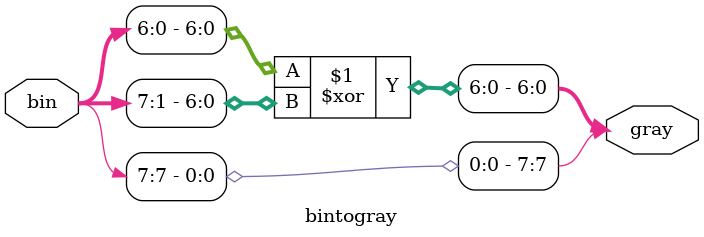
<source format=v>
module bintogray(
  input [7:0]bin,
  output [7:0]gray
);
  
  assign gray = { bin[7], bin[6:0]^bin[7:1] };
  
endmodule

</source>
